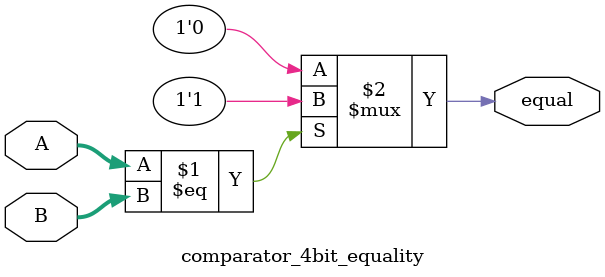
<source format=v>
module comparator_4bit_equality (
    input [3:0] A,
    input [3:0] B,
    output equal
);
    assign equal = (A == B) ? 1'b1 : 1'b0;
endmodule

</source>
